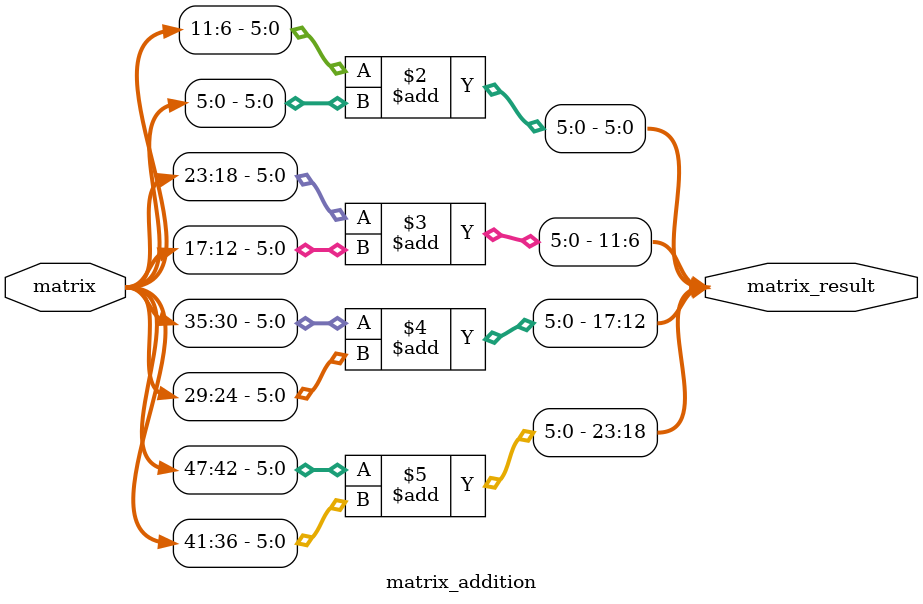
<source format=v>
/*
* Module: Matrix Addition
* Purpose: Adds the corresponding elements 
* to compute the correct elements for the final 2x2 matrix
*/
module matrix_addition(
    input [47:0] matrix, // 48-bit input unrolled 2x2 matrix (where each element is 6 bits)
    output reg [23:0] matrix_result // 24-bit 2x2 matrix (where each sum element is 6 bits)
);

// Adds corresponding elements in pairs to produce the final summed 2x2 matrix
always @(*) begin
    matrix_result[5:0] = matrix[11:6] + matrix[5:0];
    matrix_result[11:6] = matrix[23:18] + matrix[17:12];
    matrix_result[17:12] = matrix[35:30] + matrix[29:24];
    matrix_result[23:18] = matrix[47:42] + matrix[41:36];
end

endmodule

</source>
